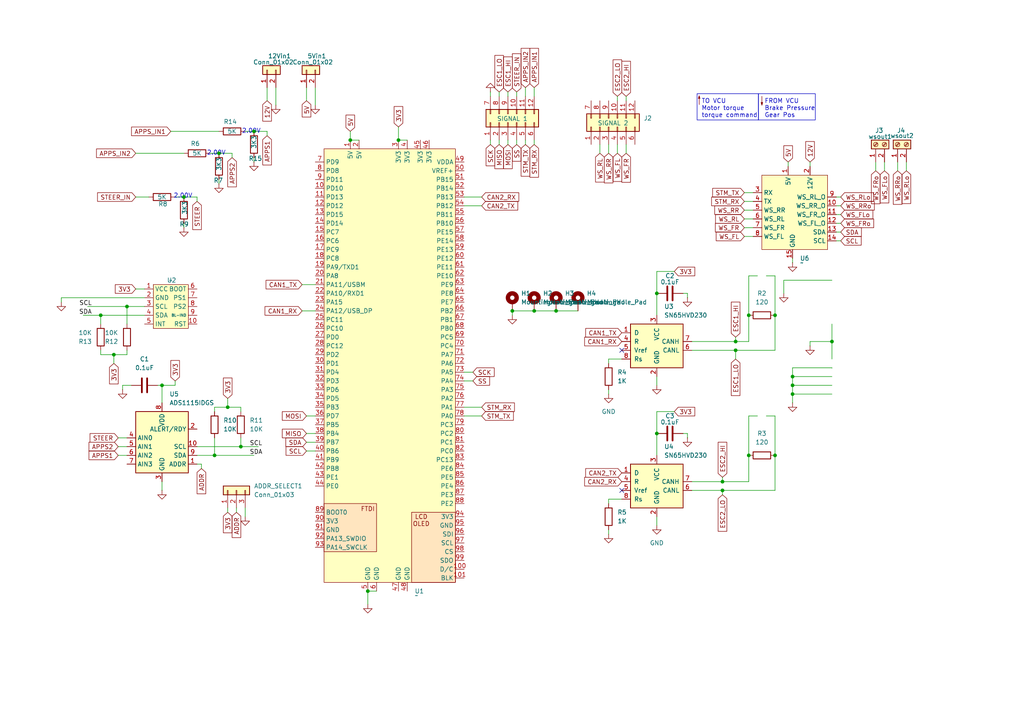
<source format=kicad_sch>
(kicad_sch (version 20250114) (generator "eeschema") (generator_version "9.0")
  (paper "A4")
  (lib_symbols
    (symbol "0_BNO055:bno055"
      (property "Reference" "U" (at 4.064 -1.016 0))
      (symbol "bno055_1_1"
        (pin input line (at -7.62 -5.08 0) (length 2.54) (name "VCC") (number "1"))
        (pin input line (at -7.62 -7.62 0) (length 2.54) (name "GND") (number "2"))
        (pin input line (at -7.62 -10.16 0) (length 2.54) (name "SCL") (number "3"))
        (pin input line (at -7.62 -12.7 0) (length 2.54) (name "SDA") (number "4"))
        (pin input line (at -7.62 -15.24 0) (length 2.54) (name "INT") (number "5"))
        (pin input line (at 7.62 -5.08 180) (length 2.54) (name "BOOT") (number "6"))
        (pin input line (at 7.62 -7.62 180) (length 2.54) (name "PS1") (number "7"))
        (pin input line (at 7.62 -10.16 180) (length 2.54) (name "PS2") (number "8"))
        (pin input line (at 7.62 -12.7 180) (length 2.54) (name "BL-IND") (number "9"))
        (pin input line (at 7.62 -15.24 180) (length 2.54) (name "RST") (number "10"))
      )
    )
    (symbol "0_MCU:DEVEBOX_STM32H7XX"
      (property "Reference" "U" (at -0.254 1.016 0))
      (symbol "DEVEBOX_STM32H7XX_1_1"
        (text "FTDI\n" (at -5.08 -106.934 0) (effects (font (size 1.27 1.27))))
        (text "LCD\nOLED\n" (at 10.414 -110.236 0) (effects (font (size 1.27 1.27))))
        (pin input line (at -20.32 -6.35 0) (length 2.54) (name "PD9") (number "7"))
        (pin input line (at -20.32 -8.89 0) (length 2.54) (name "PD8") (number "8"))
        (pin input line (at -20.32 -11.43 0) (length 2.54) (name "PD11") (number "9"))
        (pin input line (at -20.32 -13.97 0) (length 2.54) (name "PD10") (number "10"))
        (pin input line (at -20.32 -16.51 0) (length 2.54) (name "PD13") (number "11"))
        (pin input line (at -20.32 -19.05 0) (length 2.54) (name "PD12") (number "12"))
        (pin input line (at -20.32 -21.59 0) (length 2.54) (name "PD15") (number "13"))
        (pin input line (at -20.32 -24.13 0) (length 2.54) (name "PD14") (number "14"))
        (pin input line (at -20.32 -26.67 0) (length 2.54) (name "PC7") (number "15"))
        (pin input line (at -20.32 -29.21 0) (length 2.54) (name "PC6") (number "16"))
        (pin input line (at -20.32 -31.75 0) (length 2.54) (name "PC9") (number "17"))
        (pin input line (at -20.32 -34.29 0) (length 2.54) (name "PC8") (number "18"))
        (pin input line (at -20.32 -36.83 0) (length 2.54) (name "PA9/TXD1") (number "19"))
        (pin input line (at -20.32 -39.37 0) (length 2.54) (name "PA8") (number "20"))
        (pin input line (at -20.32 -41.91 0) (length 2.54) (name "PA11/USBM") (number "21"))
        (pin input line (at -20.32 -44.45 0) (length 2.54) (name "PA10/RXD1") (number "22"))
        (pin input line (at -20.32 -46.99 0) (length 2.54) (name "PA15") (number "23"))
        (pin input line (at -20.32 -49.53 0) (length 2.54) (name "PA12/USB_DP") (number "24"))
        (pin input line (at -20.32 -52.07 0) (length 2.54) (name "PC11") (number "25"))
        (pin input line (at -20.32 -54.61 0) (length 2.54) (name "PC10") (number "26"))
        (pin input line (at -20.32 -57.15 0) (length 2.54) (name "PD0") (number "27"))
        (pin input line (at -20.32 -59.69 0) (length 2.54) (name "PC12") (number "28"))
        (pin input line (at -20.32 -62.23 0) (length 2.54) (name "PD2") (number "29"))
        (pin input line (at -20.32 -64.77 0) (length 2.54) (name "PD1") (number "30"))
        (pin input line (at -20.32 -67.31 0) (length 2.54) (name "PD4") (number "31"))
        (pin input line (at -20.32 -69.85 0) (length 2.54) (name "PD3") (number "32"))
        (pin input line (at -20.32 -72.39 0) (length 2.54) (name "PD6") (number "33"))
        (pin input line (at -20.32 -74.93 0) (length 2.54) (name "PD5") (number "34"))
        (pin input line (at -20.32 -77.47 0) (length 2.54) (name "PB3") (number "35"))
        (pin input line (at -20.32 -80.01 0) (length 2.54) (name "PD7") (number "36"))
        (pin input line (at -20.32 -82.55 0) (length 2.54) (name "PB5") (number "37"))
        (pin input line (at -20.32 -85.09 0) (length 2.54) (name "PB4") (number "38"))
        (pin input line (at -20.32 -87.63 0) (length 2.54) (name "PB7") (number "39"))
        (pin input line (at -20.32 -90.17 0) (length 2.54) (name "PB6") (number "40"))
        (pin input line (at -20.32 -92.71 0) (length 2.54) (name "PB9") (number "41"))
        (pin input line (at -20.32 -95.25 0) (length 2.54) (name "PB8") (number "42"))
        (pin input line (at -20.32 -97.79 0) (length 2.54) (name "PE1") (number "43"))
        (pin input line (at -20.32 -100.33 0) (length 2.54) (name "PE0") (number "44"))
        (pin input line (at -20.32 -107.95 0) (length 2.54) (name "BOOT0") (number "89"))
        (pin input line (at -20.32 -110.49 0) (length 2.54) (name "3V3") (number "90"))
        (pin input line (at -20.32 -113.03 0) (length 2.54) (name "GND") (number "91"))
        (pin input line (at -20.32 -115.57 0) (length 2.54) (name "PA13_SWDIO") (number "92"))
        (pin input line (at -20.32 -118.11 0) (length 2.54) (name "PA14_SWCLK") (number "93"))
        (pin power_in line (at -10.16 0 270) (length 2.54) (name "5V") (number "1"))
        (pin power_in line (at -7.62 0 270) (length 2.54) (name "5V") (number "2"))
        (pin power_in line (at -5.08 -130.81 90) (length 2.54) (name "GND") (number "5"))
        (pin power_in line (at -2.54 -130.81 90) (length 2.54) (name "GND") (number "6"))
        (pin power_in line (at 3.81 0 270) (length 2.54) (name "3V3") (number "3"))
        (pin input line (at 3.81 -130.81 90) (length 2.54) (name "GND") (number "47"))
        (pin power_in line (at 6.35 0 270) (length 2.54) (name "3V3") (number "4"))
        (pin input line (at 6.35 -130.81 90) (length 2.54) (name "GND") (number "48"))
        (pin input line (at 10.16 0 270) (length 2.54) (name "3V3") (number "45"))
        (pin input line (at 12.7 0 270) (length 2.54) (name "3V3") (number "46"))
        (pin input line (at 22.86 -6.35 180) (length 2.54) (name "VDDA") (number "49"))
        (pin input line (at 22.86 -8.89 180) (length 2.54) (name "VREF+") (number "50"))
        (pin input line (at 22.86 -11.43 180) (length 2.54) (name "PB15") (number "51"))
        (pin input line (at 22.86 -13.97 180) (length 2.54) (name "PB14") (number "52"))
        (pin input line (at 22.86 -16.51 180) (length 2.54) (name "PB13") (number "53"))
        (pin input line (at 22.86 -19.05 180) (length 2.54) (name "PB12") (number "54"))
        (pin input line (at 22.86 -21.59 180) (length 2.54) (name "PB11") (number "55"))
        (pin input line (at 22.86 -24.13 180) (length 2.54) (name "PB10") (number "56"))
        (pin input line (at 22.86 -26.67 180) (length 2.54) (name "PE15") (number "57"))
        (pin input line (at 22.86 -29.21 180) (length 2.54) (name "PE14") (number "58"))
        (pin input line (at 22.86 -31.75 180) (length 2.54) (name "PE13") (number "59"))
        (pin input line (at 22.86 -34.29 180) (length 2.54) (name "PE12") (number "60"))
        (pin input line (at 22.86 -36.83 180) (length 2.54) (name "PE11") (number "61"))
        (pin input line (at 22.86 -39.37 180) (length 2.54) (name "PE10") (number "62"))
        (pin input line (at 22.86 -41.91 180) (length 2.54) (name "PE9") (number "63"))
        (pin input line (at 22.86 -44.45 180) (length 2.54) (name "PE8") (number "64"))
        (pin input line (at 22.86 -46.99 180) (length 2.54) (name "PE7") (number "65"))
        (pin input line (at 22.86 -49.53 180) (length 2.54) (name "PB2") (number "66"))
        (pin input line (at 22.86 -52.07 180) (length 2.54) (name "PB1") (number "67"))
        (pin input line (at 22.86 -54.61 180) (length 2.54) (name "PB0") (number "68"))
        (pin input line (at 22.86 -57.15 180) (length 2.54) (name "PC5") (number "69"))
        (pin input line (at 22.86 -59.69 180) (length 2.54) (name "PC4") (number "70"))
        (pin input line (at 22.86 -62.23 180) (length 2.54) (name "PA7") (number "71"))
        (pin input line (at 22.86 -64.77 180) (length 2.54) (name "PA6") (number "72"))
        (pin input line (at 22.86 -67.31 180) (length 2.54) (name "PA5") (number "73"))
        (pin input line (at 22.86 -69.85 180) (length 2.54) (name "PA4") (number "74"))
        (pin input line (at 22.86 -72.39 180) (length 2.54) (name "PA3") (number "75"))
        (pin input line (at 22.86 -74.93 180) (length 2.54) (name "PA2") (number "76"))
        (pin input line (at 22.86 -77.47 180) (length 2.54) (name "PA1") (number "77"))
        (pin input line (at 22.86 -80.01 180) (length 2.54) (name "PA0") (number "78"))
        (pin input line (at 22.86 -82.55 180) (length 2.54) (name "PC3") (number "79"))
        (pin input line (at 22.86 -85.09 180) (length 2.54) (name "PC2") (number "80"))
        (pin input line (at 22.86 -87.63 180) (length 2.54) (name "PC1") (number "81"))
        (pin input line (at 22.86 -90.17 180) (length 2.54) (name "PC0") (number "82"))
        (pin input line (at 22.86 -92.71 180) (length 2.54) (name "PC13") (number "83"))
        (pin input line (at 22.86 -95.25 180) (length 2.54) (name "PE6") (number "84"))
        (pin input line (at 22.86 -97.79 180) (length 2.54) (name "PE5") (number "85"))
        (pin input line (at 22.86 -100.33 180) (length 2.54) (name "PE4") (number "86"))
        (pin input line (at 22.86 -102.87 180) (length 2.54) (name "PE3") (number "87"))
        (pin input line (at 22.86 -105.41 180) (length 2.54) (name "PE2") (number "88"))
        (pin input line (at 22.86 -109.22 180) (length 2.54) (name "3V3") (number "94"))
        (pin input line (at 22.86 -111.76 180) (length 2.54) (name "GND") (number "95"))
        (pin input line (at 22.86 -114.3 180) (length 2.54) (name "SDI") (number "96"))
        (pin input line (at 22.86 -116.84 180) (length 2.54) (name "SCL") (number "97"))
        (pin input line (at 22.86 -119.38 180) (length 2.54) (name "CS") (number "98"))
        (pin input line (at 22.86 -121.92 180) (length 2.54) (name "SDO") (number "99"))
        (pin input line (at 22.86 -124.46 180) (length 2.54) (name "D/C") (number "100"))
        (pin input line (at 22.86 -127 180) (length 2.54) (name "BLK") (number "101"))
      )
    )
    (symbol "0_wheelspeed:wheelspeed"
      (property "Reference" "U" (at 0 0 0))
      (symbol "wheelspeed_1_1"
        (pin input line (at -7.62 -6.35 0) (length 2.54) (name "RX") (number "3"))
        (pin input line (at -7.62 -8.89 0) (length 2.54) (name "TX") (number "4"))
        (pin input line (at -7.62 -11.43 0) (length 2.54) (name "WS_RR") (number "5"))
        (pin input line (at -7.62 -13.97 0) (length 2.54) (name "WS_RL") (number "6"))
        (pin input line (at -7.62 -16.51 0) (length 2.54) (name "WS_FR") (number "7"))
        (pin input line (at -7.62 -19.05 0) (length 2.54) (name "WS_FL") (number "8"))
        (pin input line (at 2.54 1.27 270) (length 2.54) (name "5V") (number "1"))
        (pin input line (at 3.81 -25.4 90) (length 2.54) (name "GND") (number "15"))
        (pin input line (at 8.89 1.27 270) (length 2.54) (name "12V") (number "2"))
        (pin input line (at 16.51 -7.62 180) (length 2.54) (name "WS_RL_O") (number "9"))
        (pin input line (at 16.51 -10.16 180) (length 2.54) (name "WS_RR_O") (number "10"))
        (pin input line (at 16.51 -12.7 180) (length 2.54) (name "WS_FR_O") (number "11"))
        (pin input line (at 16.51 -15.24 180) (length 2.54) (name "WS_FL_O") (number "12"))
        (pin input line (at 16.51 -17.78 180) (length 2.54) (name "SDA") (number "13"))
        (pin input line (at 16.51 -20.32 180) (length 2.54) (name "SCL") (number "14"))
      )
    )
    (symbol "Analog_ADC:ADS1115IDGS"
      (property "Reference" "U" (at 2.54 13.97 0))
      (property "Value" "ADS1115IDGS" (at 7.62 11.43 0))
      (symbol "ADS1115IDGS_1_1"
        (pin input line (at -10.16 2.54 0) (length 2.54) (name "AIN0") (number "4"))
        (pin input line (at -10.16 0 0) (length 2.54) (name "AIN1") (number "5"))
        (pin input line (at -10.16 -2.54 0) (length 2.54) (name "AIN2") (number "6"))
        (pin input line (at -10.16 -5.08 0) (length 2.54) (name "AIN3") (number "7"))
        (pin power_in line (at 0 12.7 270) (length 2.54) (name "VDD") (number "8"))
        (pin power_in line (at 0 -10.16 90) (length 2.54) (name "GND") (number "3"))
        (pin output line (at 10.16 5.08 180) (length 2.54) (name "ALERT/RDY") (number "2"))
        (pin input line (at 10.16 0 180) (length 2.54) (name "SCL") (number "10"))
        (pin bidirectional line (at 10.16 -2.54 180) (length 2.54) (name "SDA") (number "9"))
        (pin input line (at 10.16 -5.08 180) (length 2.54) (name "ADDR") (number "1"))
      )
    )
    (symbol "Connector:Screw_Terminal_01x02" (pin_names (offset 1.016) (hide yes))
      (property "Reference" "J" (at 0 2.54 0))
      (property "Value" "Screw_Terminal_01x02" (at 0 -5.08 0))
      (symbol "Screw_Terminal_01x02_1_1"
        (pin passive line (at -5.08 0 0) (length 3.81) (name "Pin_1") (number "1"))
        (pin passive line (at -5.08 -2.54 0) (length 3.81) (name "Pin_2") (number "2"))
      )
    )
    (symbol "Connector_Generic:Conn_01x02" (pin_names (offset 1.016) (hide yes))
      (property "Reference" "J" (at 0 2.54 0))
      (property "Value" "Conn_01x02" (at 0 -5.08 0))
      (symbol "Conn_01x02_1_1"
        (pin passive line (at -5.08 0 0) (length 3.81) (name "Pin_1") (number "1"))
        (pin passive line (at -5.08 -2.54 0) (length 3.81) (name "Pin_2") (number "2"))
      )
    )
    (symbol "Connector_Generic:Conn_01x03" (pin_names (offset 1.016) (hide yes))
      (property "Reference" "J" (at 0 5.08 0))
      (property "Value" "Conn_01x03" (at 0 -5.08 0))
      (symbol "Conn_01x03_1_1"
        (pin passive line (at -5.08 2.54 0) (length 3.81) (name "Pin_1") (number "1"))
        (pin passive line (at -5.08 0 0) (length 3.81) (name "Pin_2") (number "2"))
        (pin passive line (at -5.08 -2.54 0) (length 3.81) (name "Pin_3") (number "3"))
      )
    )
    (symbol "Connector_Generic:Conn_02x06_Top_Bottom" (pin_names (offset 1.016) (hide yes))
      (property "Reference" "J" (at 1.27 7.62 0))
      (property "Value" "Conn_02x06_Top_Bottom" (at 1.27 -10.16 0))
      (symbol "Conn_02x06_Top_Bottom_1_1"
        (pin passive line (at -5.08 5.08 0) (length 3.81) (name "Pin_1") (number "1"))
        (pin passive line (at -5.08 2.54 0) (length 3.81) (name "Pin_2") (number "2"))
        (pin passive line (at -5.08 0 0) (length 3.81) (name "Pin_3") (number "3"))
        (pin passive line (at -5.08 -2.54 0) (length 3.81) (name "Pin_4") (number "4"))
        (pin passive line (at -5.08 -5.08 0) (length 3.81) (name "Pin_5") (number "5"))
        (pin passive line (at -5.08 -7.62 0) (length 3.81) (name "Pin_6") (number "6"))
        (pin passive line (at 7.62 5.08 180) (length 3.81) (name "Pin_7") (number "7"))
        (pin passive line (at 7.62 2.54 180) (length 3.81) (name "Pin_8") (number "8"))
        (pin passive line (at 7.62 0 180) (length 3.81) (name "Pin_9") (number "9"))
        (pin passive line (at 7.62 -2.54 180) (length 3.81) (name "Pin_10") (number "10"))
        (pin passive line (at 7.62 -5.08 180) (length 3.81) (name "Pin_11") (number "11"))
        (pin passive line (at 7.62 -7.62 180) (length 3.81) (name "Pin_12") (number "12"))
      )
    )
    (symbol "Device:C" (pin_numbers (hide yes)) (pin_names (offset 0.254))
      (property "Reference" "C" (at 0.635 2.54 0))
      (property "Value" "C" (at 0.635 -2.54 0))
      (symbol "C_1_1"
        (pin passive line (at 0 3.81 270) (length 2.794) (name "~") (number "1"))
        (pin passive line (at 0 -3.81 90) (length 2.794) (name "~") (number "2"))
      )
    )
    (symbol "Device:R" (pin_numbers (hide yes)) (pin_names (offset 0))
      (property "Reference" "R" (at 2.032 0 90))
      (property "Value" "R" (at 0 0 90))
      (symbol "R_1_1"
        (pin passive line (at 0 3.81 270) (length 1.27) (name "~") (number "1"))
        (pin passive line (at 0 -3.81 90) (length 1.27) (name "~") (number "2"))
      )
    )
    (symbol "Graphic:SYM_Arrow_Tiny" (in_bom no) (on_board no))
    (symbol "Interface_CAN_LIN:SN65HVD230" (pin_names (offset 1.016))
      (property "Reference" "U" (at -2.54 10.16 0))
      (property "Value" "SN65HVD230" (at -2.54 7.62 0))
      (symbol "SN65HVD230_1_1"
        (pin input line (at -10.16 2.54 0) (length 2.54) (name "D") (number "1"))
        (pin output line (at -10.16 0 0) (length 2.54) (name "R") (number "4"))
        (pin output line (at -10.16 -2.54 0) (length 2.54) (name "Vref") (number "5"))
        (pin input line (at -10.16 -5.08 0) (length 2.54) (name "Rs") (number "8"))
        (pin power_in line (at 0 7.62 270) (length 2.54) (name "VCC") (number "3"))
        (pin power_in line (at 0 -10.16 90) (length 2.54) (name "GND") (number "2"))
        (pin bidirectional line (at 10.16 0 180) (length 2.54) (name "CANH") (number "7"))
        (pin bidirectional line (at 10.16 -2.54 180) (length 2.54) (name "CANL") (number "6"))
      )
    )
    (symbol "Mechanical:MountingHole_Pad" (pin_numbers (hide yes)) (pin_names (offset 1.016) (hide yes)) (in_bom no)
      (property "Reference" "H" (at 0 6.35 0))
      (property "Value" "MountingHole_Pad" (at 0 4.445 0))
      (symbol "MountingHole_Pad_1_1"
        (pin input line (at 0 -2.54 90) (length 2.54) (name "1") (number "1"))
      )
    )
    (symbol "power:GND" (power) (pin_numbers (hide yes)) (pin_names (offset 0) (hide yes))
      (property "Value" "GND" (at 0 -3.81 0))
      (symbol "GND_1_1"
        (pin power_in line (at 0 0 270) (length 0) (name "~") (number "1"))
      )
    )
  )
  (rectangle (start 202.184 27.178) (end 219.964 34.798))
  (rectangle (start 219.964 27.178) (end 236.474 34.798))
  (text "FROM VCU\nBrake Pressure\nGear Pos\n" (at 221.742 31.496 0) (effects (font (size 1.27 1.27)) (justify left)))
  (text "2.00V\n" (at 62.738 44.45 0) (effects (font (size 1.27 1.27))))
  (text "2.00V\n" (at 53.086 56.896 0) (effects (font (size 1.27 1.27))))
  (text "TO VCU\nMotor torque\ntorque command\n" (at 203.454 31.496 0) (effects (font (size 1.27 1.27)) (justify left)))
  (text "2.00V\n" (at 72.898 38.1 0) (effects (font (size 1.27 1.27))))
  (junction (at 154.94 90.17))
  (junction (at 53.34 57.15))
  (junction (at 63.5 44.45))
  (junction (at 224.79 91.44))
  (junction (at 69.85 129.54))
  (junction (at 36.83 88.9))
  (junction (at 241.3 99.06))
  (junction (at 213.36 99.06))
  (junction (at 33.02 102.87))
  (junction (at 101.6 40.64))
  (junction (at 217.17 91.44))
  (junction (at 66.04 118.11))
  (junction (at 217.17 132.08))
  (junction (at 229.87 109.22))
  (junction (at 229.87 114.3))
  (junction (at 229.87 111.76))
  (junction (at 209.55 139.7))
  (junction (at 190.5 85.09))
  (junction (at 148.59 90.17))
  (junction (at 161.29 90.17))
  (junction (at 209.55 142.24))
  (junction (at 115.57 40.64))
  (junction (at 190.5 125.73))
  (junction (at 46.99 111.76))
  (junction (at 224.79 132.08))
  (junction (at 73.66 38.1))
  (junction (at 62.23 132.08))
  (junction (at 29.21 91.44))
  (junction (at 213.36 101.6))
  (junction (at 106.68 171.45))
  (no_connect (at 180.34 142.24))
  (no_connect (at 180.34 101.6))
  (wire (pts (xy 62.23 127) (xy 62.23 132.08)))
  (wire (pts (xy 181.61 41.91) (xy 181.61 44.45)))
  (wire (pts (xy 181.61 27.94) (xy 181.61 29.21)))
  (wire (pts (xy 33.02 105.41) (xy 33.02 102.87)))
  (wire (pts (xy 217.17 80.01) (xy 219.71 80.01)))
  (wire (pts (xy 215.9 66.04) (xy 218.44 66.04)))
  (wire (pts (xy 88.9 130.81) (xy 91.44 130.81)))
  (wire (pts (xy 134.62 107.95) (xy 137.16 107.95)))
  (wire (pts (xy 71.12 147.32) (xy 71.12 149.86)))
  (wire (pts (xy 190.5 85.09) (xy 190.5 91.44)))
  (wire (pts (xy 161.29 90.17) (xy 167.64 90.17)))
  (wire (pts (xy 66.04 148.59) (xy 66.04 147.32)))
  (wire (pts (xy 88.9 120.65) (xy 91.44 120.65)))
  (wire (pts (xy 179.07 27.94) (xy 179.07 29.21)))
  (wire (pts (xy 222.25 120.65) (xy 224.79 120.65)))
  (wire (pts (xy 256.54 46.99) (xy 256.54 49.53)))
  (wire (pts (xy 209.55 139.7) (xy 217.17 139.7)))
  (wire (pts (xy 106.68 171.45) (xy 109.22 171.45)))
  (wire (pts (xy 134.62 110.49) (xy 137.16 110.49)))
  (wire (pts (xy 262.89 46.99) (xy 262.89 49.53)))
  (wire (pts (xy 229.87 111.76) (xy 229.87 114.3)))
  (wire (pts (xy 209.55 142.24) (xy 224.79 142.24)))
  (wire (pts (xy 50.8 111.76) (xy 50.8 110.49)))
  (wire (pts (xy 36.83 102.87) (xy 36.83 101.6)))
  (wire (pts (xy 254 46.99) (xy 254 49.53)))
  (wire (pts (xy 199.39 125.73) (xy 199.39 127)))
  (wire (pts (xy 241.3 99.06) (xy 241.3 104.14)))
  (wire (pts (xy 41.91 86.36) (xy 17.78 86.36)))
  (wire (pts (xy 215.9 63.5) (xy 218.44 63.5)))
  (wire (pts (xy 229.87 111.76) (xy 241.3 111.76)))
  (wire (pts (xy 215.9 60.96) (xy 218.44 60.96)))
  (wire (pts (xy 134.62 118.11) (xy 139.7 118.11)))
  (wire (pts (xy 242.57 69.85) (xy 243.84 69.85)))
  (wire (pts (xy 229.87 74.93) (xy 229.87 76.2)))
  (wire (pts (xy 229.87 109.22) (xy 229.87 111.76)))
  (wire (pts (xy 213.36 101.6) (xy 213.36 104.14)))
  (wire (pts (xy 62.23 118.11) (xy 62.23 119.38)))
  (wire (pts (xy 229.87 109.22) (xy 241.3 109.22)))
  (wire (pts (xy 242.57 64.77) (xy 243.84 64.77)))
  (wire (pts (xy 134.62 120.65) (xy 139.7 120.65)))
  (wire (pts (xy 190.5 78.74) (xy 190.5 85.09)))
  (wire (pts (xy 39.37 44.45) (xy 53.34 44.45)))
  (wire (pts (xy 142.24 26.67) (xy 142.24 27.94)))
  (wire (pts (xy 35.56 111.76) (xy 35.56 113.03)))
  (wire (pts (xy 200.66 142.24) (xy 209.55 142.24)))
  (wire (pts (xy 87.63 82.55) (xy 91.44 82.55)))
  (wire (pts (xy 224.79 120.65) (xy 224.79 132.08)))
  (wire (pts (xy 229.87 114.3) (xy 229.87 116.84)))
  (wire (pts (xy 67.31 44.45) (xy 63.5 44.45)))
  (wire (pts (xy 149.86 26.67) (xy 149.86 27.94)))
  (wire (pts (xy 217.17 99.06) (xy 217.17 91.44)))
  (wire (pts (xy 190.5 125.73) (xy 190.5 132.08)))
  (wire (pts (xy 198.12 85.09) (xy 199.39 85.09)))
  (wire (pts (xy 260.35 46.99) (xy 260.35 49.53)))
  (wire (pts (xy 176.53 144.78) (xy 176.53 146.05)))
  (wire (pts (xy 36.83 93.98) (xy 36.83 88.9)))
  (wire (pts (xy 200.66 101.6) (xy 213.36 101.6)))
  (wire (pts (xy 144.78 26.67) (xy 144.78 27.94)))
  (wire (pts (xy 41.91 88.9) (xy 36.83 88.9)))
  (wire (pts (xy 69.85 127) (xy 69.85 129.54)))
  (wire (pts (xy 38.1 111.76) (xy 35.56 111.76)))
  (wire (pts (xy 234.95 99.06) (xy 234.95 100.33)))
  (wire (pts (xy 60.96 44.45) (xy 63.5 44.45)))
  (wire (pts (xy 176.53 114.3) (xy 176.53 113.03)))
  (wire (pts (xy 144.78 40.64) (xy 144.78 41.91)))
  (wire (pts (xy 106.68 171.45) (xy 106.68 175.26)))
  (wire (pts (xy 71.12 38.1) (xy 73.66 38.1)))
  (wire (pts (xy 234.95 46.99) (xy 234.95 48.26)))
  (wire (pts (xy 215.9 58.42) (xy 218.44 58.42)))
  (wire (pts (xy 58.42 134.62) (xy 58.42 135.89)))
  (wire (pts (xy 77.47 25.4) (xy 77.47 29.21)))
  (wire (pts (xy 34.29 127) (xy 36.83 127)))
  (wire (pts (xy 88.9 25.4) (xy 88.9 29.21)))
  (wire (pts (xy 229.87 106.68) (xy 229.87 109.22)))
  (wire (pts (xy 36.83 88.9) (xy 25.4 88.9)))
  (wire (pts (xy 53.34 66.04) (xy 53.34 64.77)))
  (wire (pts (xy 176.53 154.94) (xy 176.53 153.67)))
  (wire (pts (xy 101.6 38.1) (xy 101.6 40.64)))
  (wire (pts (xy 195.58 119.38) (xy 190.5 119.38)))
  (wire (pts (xy 36.83 102.87) (xy 33.02 102.87)))
  (wire (pts (xy 69.85 129.54) (xy 74.93 129.54)))
  (wire (pts (xy 57.15 134.62) (xy 58.42 134.62)))
  (wire (pts (xy 217.17 139.7) (xy 217.17 132.08)))
  (wire (pts (xy 50.8 57.15) (xy 53.34 57.15)))
  (wire (pts (xy 68.58 147.32) (xy 68.58 148.59)))
  (wire (pts (xy 180.34 144.78) (xy 176.53 144.78)))
  (wire (pts (xy 34.29 129.54) (xy 36.83 129.54)))
  (wire (pts (xy 63.5 52.07) (xy 63.5 53.34)))
  (wire (pts (xy 154.94 25.4) (xy 154.94 27.94)))
  (wire (pts (xy 49.53 38.1) (xy 63.5 38.1)))
  (wire (pts (xy 67.31 45.72) (xy 67.31 44.45)))
  (wire (pts (xy 229.87 106.68) (xy 241.3 106.68)))
  (wire (pts (xy 39.37 57.15) (xy 43.18 57.15)))
  (wire (pts (xy 213.36 97.79) (xy 213.36 99.06)))
  (wire (pts (xy 152.4 25.4) (xy 152.4 27.94)))
  (wire (pts (xy 57.15 57.15) (xy 53.34 57.15)))
  (wire (pts (xy 88.9 128.27) (xy 91.44 128.27)))
  (wire (pts (xy 147.32 40.64) (xy 147.32 41.91)))
  (wire (pts (xy 213.36 101.6) (xy 224.79 101.6)))
  (wire (pts (xy 173.99 41.91) (xy 173.99 44.45)))
  (wire (pts (xy 241.3 106.68) (xy 241.3 106.7632)))
  (wire (pts (xy 179.07 41.91) (xy 179.07 44.45)))
  (wire (pts (xy 88.9 125.73) (xy 91.44 125.73)))
  (wire (pts (xy 209.55 138.43) (xy 209.55 139.7)))
  (wire (pts (xy 73.66 45.72) (xy 73.66 46.99)))
  (wire (pts (xy 209.55 142.24) (xy 209.55 143.51)))
  (wire (pts (xy 241.3 81.28) (xy 227.33 81.28)))
  (wire (pts (xy 69.85 118.11) (xy 69.85 119.38)))
  (wire (pts (xy 142.24 40.64) (xy 142.24 41.91)))
  (wire (pts (xy 91.44 25.4) (xy 91.44 30.48)))
  (wire (pts (xy 217.17 91.44) (xy 217.17 80.01)))
  (wire (pts (xy 87.63 90.17) (xy 91.44 90.17)))
  (wire (pts (xy 215.9 55.88) (xy 218.44 55.88)))
  (wire (pts (xy 149.86 40.64) (xy 149.86 41.91)))
  (wire (pts (xy 224.79 142.24) (xy 224.79 132.08)))
  (wire (pts (xy 227.33 81.28) (xy 227.33 85.09)))
  (wire (pts (xy 200.66 139.7) (xy 209.55 139.7)))
  (wire (pts (xy 224.79 80.01) (xy 224.79 91.44)))
  (wire (pts (xy 134.62 57.15) (xy 139.7 57.15)))
  (wire (pts (xy 62.23 118.11) (xy 66.04 118.11)))
  (wire (pts (xy 190.5 119.38) (xy 190.5 125.73)))
  (wire (pts (xy 241.3 99.06) (xy 234.95 99.06)))
  (wire (pts (xy 200.66 99.06) (xy 213.36 99.06)))
  (wire (pts (xy 29.21 102.87) (xy 29.21 101.6)))
  (wire (pts (xy 57.15 129.54) (xy 69.85 129.54)))
  (wire (pts (xy 217.17 120.65) (xy 219.71 120.65)))
  (wire (pts (xy 45.72 111.76) (xy 46.99 111.76)))
  (wire (pts (xy 39.37 83.82) (xy 41.91 83.82)))
  (wire (pts (xy 77.47 39.37) (xy 77.47 38.1)))
  (wire (pts (xy 147.32 26.67) (xy 147.32 27.94)))
  (wire (pts (xy 148.59 90.17) (xy 148.59 91.44)))
  (wire (pts (xy 228.6 46.99) (xy 228.6 48.26)))
  (wire (pts (xy 50.8 111.76) (xy 46.99 111.76)))
  (wire (pts (xy 224.79 101.6) (xy 224.79 91.44)))
  (wire (pts (xy 241.3 93.98) (xy 241.3 99.06)))
  (wire (pts (xy 176.53 41.91) (xy 176.53 44.45)))
  (wire (pts (xy 62.23 132.08) (xy 73.66 132.08)))
  (wire (pts (xy 101.6 40.64) (xy 104.14 40.64)))
  (wire (pts (xy 195.58 78.74) (xy 190.5 78.74)))
  (wire (pts (xy 115.57 40.64) (xy 118.11 40.64)))
  (wire (pts (xy 217.17 132.08) (xy 217.17 120.65)))
  (wire (pts (xy 29.21 91.44) (xy 24.13 91.44)))
  (wire (pts (xy 134.62 59.69) (xy 139.7 59.69)))
  (wire (pts (xy 213.36 99.06) (xy 217.17 99.06)))
  (wire (pts (xy 190.5 149.86) (xy 190.5 152.4)))
  (wire (pts (xy 69.85 118.11) (xy 66.04 118.11)))
  (wire (pts (xy 46.99 111.76) (xy 46.99 116.84)))
  (wire (pts (xy 242.57 57.15) (xy 243.84 57.15)))
  (wire (pts (xy 41.91 91.44) (xy 29.21 91.44)))
  (wire (pts (xy 154.94 90.17) (xy 161.29 90.17)))
  (wire (pts (xy 215.9 68.58) (xy 218.44 68.58)))
  (wire (pts (xy 222.25 80.01) (xy 224.79 80.01)))
  (wire (pts (xy 199.39 85.09) (xy 199.39 86.36)))
  (wire (pts (xy 148.59 90.17) (xy 154.94 90.17)))
  (wire (pts (xy 115.57 36.83) (xy 115.57 40.64)))
  (wire (pts (xy 242.57 62.23) (xy 243.84 62.23)))
  (wire (pts (xy 46.99 139.7) (xy 46.99 142.24)))
  (wire (pts (xy 29.21 102.87) (xy 33.02 102.87)))
  (wire (pts (xy 17.78 86.36) (xy 17.78 87.63)))
  (wire (pts (xy 190.5 109.22) (xy 190.5 111.76)))
  (wire (pts (xy 34.29 132.08) (xy 36.83 132.08)))
  (wire (pts (xy 154.94 40.64) (xy 154.94 41.91)))
  (wire (pts (xy 80.01 25.4) (xy 80.01 30.48)))
  (wire (pts (xy 29.21 93.98) (xy 29.21 91.44)))
  (wire (pts (xy 242.57 59.69) (xy 243.84 59.69)))
  (wire (pts (xy 180.34 104.14) (xy 176.53 104.14)))
  (wire (pts (xy 242.57 67.31) (xy 243.84 67.31)))
  (wire (pts (xy 57.15 58.42) (xy 57.15 57.15)))
  (wire (pts (xy 77.47 38.1) (xy 73.66 38.1)))
  (wire (pts (xy 66.04 115.57) (xy 66.04 118.11)))
  (wire (pts (xy 198.12 125.73) (xy 199.39 125.73)))
  (wire (pts (xy 176.53 104.14) (xy 176.53 105.41)))
  (wire (pts (xy 229.87 114.3) (xy 241.3 114.3)))
  (wire (pts (xy 152.4 40.64) (xy 152.4 41.91)))
  (wire (pts (xy 57.15 132.08) (xy 62.23 132.08)))
  (label "SDA" (at 26.67 91.44 180))
  (label "SCL" (at 26.67 88.9 180))
  (label "SCL" (at 72.39 129.54 0))
  (label "SDA" (at 72.39 132.08 0))
  (global_label "APPS1" (shape input) (at 77.47 39.37 270) (property "Intersheetrefs" "${INTERSHEET_REFS}" (effects (hide yes))))
  (global_label "ESC2_HI" (shape input) (at 181.61 27.94 90) (property "Intersheetrefs" "${INTERSHEET_REFS}" (effects (hide yes))))
  (global_label "3V3" (shape input) (at 39.37 83.82 180) (property "Intersheetrefs" "${INTERSHEET_REFS}" (effects (hide yes))))
  (global_label "ADDR" (shape input) (at 68.58 148.59 270) (property "Intersheetrefs" "${INTERSHEET_REFS}" (effects (hide yes))))
  (global_label "STM_TX" (shape input) (at 152.4 41.91 270) (property "Intersheetrefs" "${INTERSHEET_REFS}" (effects (hide yes))))
  (global_label "3V3" (shape input) (at 33.02 105.41 270) (property "Intersheetrefs" "${INTERSHEET_REFS}" (effects (hide yes))))
  (global_label "WS_FL" (shape input) (at 179.07 44.45 270) (property "Intersheetrefs" "${INTERSHEET_REFS}" (effects (hide yes))))
  (global_label "3V3" (shape input) (at 66.04 115.57 90) (property "Intersheetrefs" "${INTERSHEET_REFS}" (effects (hide yes))))
  (global_label "CAN2_RX" (shape input) (at 139.7 57.15 0) (property "Intersheetrefs" "${INTERSHEET_REFS}" (effects (hide yes))))
  (global_label "ESC1_HI" (shape input) (at 213.36 97.79 90) (property "Intersheetrefs" "${INTERSHEET_REFS}" (effects (hide yes))))
  (global_label "WS_RR" (shape input) (at 176.53 44.45 270) (property "Intersheetrefs" "${INTERSHEET_REFS}" (effects (hide yes))))
  (global_label "STM_TX" (shape input) (at 215.9 55.88 180) (property "Intersheetrefs" "${INTERSHEET_REFS}" (effects (hide yes))))
  (global_label "ESC2_LO" (shape input) (at 209.55 143.51 270) (property "Intersheetrefs" "${INTERSHEET_REFS}" (effects (hide yes))))
  (global_label "APPS_IN1" (shape input) (at 154.94 25.4 90) (property "Intersheetrefs" "${INTERSHEET_REFS}" (effects (hide yes))))
  (global_label "ESC1_HI" (shape input) (at 147.32 26.67 90) (property "Intersheetrefs" "${INTERSHEET_REFS}" (effects (hide yes))))
  (global_label "MOSI" (shape input) (at 88.9 120.65 180) (property "Intersheetrefs" "${INTERSHEET_REFS}" (effects (hide yes))))
  (global_label "5V" (shape input) (at 101.6 38.1 90) (property "Intersheetrefs" "${INTERSHEET_REFS}" (effects (hide yes))))
  (global_label "WS_FRo" (shape input) (at 254 49.53 270) (property "Intersheetrefs" "${INTERSHEET_REFS}" (effects (hide yes))))
  (global_label "CAN2_TX" (shape input) (at 139.7 59.69 0) (property "Intersheetrefs" "${INTERSHEET_REFS}" (effects (hide yes))))
  (global_label "WS_FL" (shape input) (at 215.9 68.58 180) (property "Intersheetrefs" "${INTERSHEET_REFS}" (effects (hide yes))))
  (global_label "ADDR" (shape input) (at 58.42 135.89 270) (property "Intersheetrefs" "${INTERSHEET_REFS}" (effects (hide yes))))
  (global_label "WS_RLo" (shape input) (at 262.89 49.53 270) (property "Intersheetrefs" "${INTERSHEET_REFS}" (effects (hide yes))))
  (global_label "ESC2_LO" (shape input) (at 179.07 27.94 90) (property "Intersheetrefs" "${INTERSHEET_REFS}" (effects (hide yes))))
  (global_label "SCL" (shape input) (at 243.84 69.85 0) (property "Intersheetrefs" "${INTERSHEET_REFS}" (effects (hide yes))))
  (global_label "STEER_IN" (shape input) (at 149.86 26.67 90) (property "Intersheetrefs" "${INTERSHEET_REFS}" (effects (hide yes))))
  (global_label "3V3" (shape input) (at 66.04 148.59 270) (property "Intersheetrefs" "${INTERSHEET_REFS}" (effects (hide yes))))
  (global_label "MISO" (shape input) (at 88.9 125.73 180) (property "Intersheetrefs" "${INTERSHEET_REFS}" (effects (hide yes))))
  (global_label "STEER_IN" (shape input) (at 39.37 57.15 180) (property "Intersheetrefs" "${INTERSHEET_REFS}" (effects (hide yes))))
  (global_label "WS_RL" (shape input) (at 173.99 44.45 270) (property "Intersheetrefs" "${INTERSHEET_REFS}" (effects (hide yes))))
  (global_label "3V3" (shape input) (at 195.58 119.38 0) (property "Intersheetrefs" "${INTERSHEET_REFS}" (effects (hide yes))))
  (global_label "5V" (shape input) (at 88.9 29.21 270) (property "Intersheetrefs" "${INTERSHEET_REFS}" (effects (hide yes))))
  (global_label "WS_RLo" (shape input) (at 243.84 57.15 0) (property "Intersheetrefs" "${INTERSHEET_REFS}" (effects (hide yes))))
  (global_label "ESC2_HI" (shape input) (at 209.55 138.43 90) (property "Intersheetrefs" "${INTERSHEET_REFS}" (effects (hide yes))))
  (global_label "3V3" (shape input) (at 195.58 78.74 0) (property "Intersheetrefs" "${INTERSHEET_REFS}" (effects (hide yes))))
  (global_label "SDA" (shape input) (at 243.84 67.31 0) (property "Intersheetrefs" "${INTERSHEET_REFS}" (effects (hide yes))))
  (global_label "STM_TX" (shape input) (at 139.7 120.65 0) (property "Intersheetrefs" "${INTERSHEET_REFS}" (effects (hide yes))))
  (global_label "CAN2_TX" (shape input) (at 180.34 137.16 180) (property "Intersheetrefs" "${INTERSHEET_REFS}" (effects (hide yes))))
  (global_label "WS_RRo" (shape input) (at 243.84 59.69 0) (property "Intersheetrefs" "${INTERSHEET_REFS}" (effects (hide yes))))
  (global_label "APPS1" (shape input) (at 34.29 132.08 180) (property "Intersheetrefs" "${INTERSHEET_REFS}" (effects (hide yes))))
  (global_label "3V3" (shape input) (at 50.8 110.49 90) (property "Intersheetrefs" "${INTERSHEET_REFS}" (effects (hide yes))))
  (global_label "WS_RRo" (shape input) (at 260.35 49.53 270) (property "Intersheetrefs" "${INTERSHEET_REFS}" (effects (hide yes))))
  (global_label "STM_RX" (shape input) (at 154.94 41.91 270) (property "Intersheetrefs" "${INTERSHEET_REFS}" (effects (hide yes))))
  (global_label "WS_FR" (shape input) (at 215.9 66.04 180) (property "Intersheetrefs" "${INTERSHEET_REFS}" (effects (hide yes))))
  (global_label "APPS_IN1" (shape input) (at 49.53 38.1 180) (property "Intersheetrefs" "${INTERSHEET_REFS}" (effects (hide yes))))
  (global_label "APPS_IN2" (shape input) (at 152.4 25.4 90) (property "Intersheetrefs" "${INTERSHEET_REFS}" (effects (hide yes))))
  (global_label "SS" (shape input) (at 149.86 41.91 270) (property "Intersheetrefs" "${INTERSHEET_REFS}" (effects (hide yes))))
  (global_label "SCK" (shape input) (at 137.16 107.95 0) (property "Intersheetrefs" "${INTERSHEET_REFS}" (effects (hide yes))))
  (global_label "5V" (shape input) (at 228.6 46.99 90) (property "Intersheetrefs" "${INTERSHEET_REFS}" (effects (hide yes))))
  (global_label "STM_RX" (shape input) (at 139.7 118.11 0) (property "Intersheetrefs" "${INTERSHEET_REFS}" (effects (hide yes))))
  (global_label "APPS2" (shape input) (at 34.29 129.54 180) (property "Intersheetrefs" "${INTERSHEET_REFS}" (effects (hide yes))))
  (global_label "WS_FLo" (shape input) (at 256.54 49.53 270) (property "Intersheetrefs" "${INTERSHEET_REFS}" (effects (hide yes))))
  (global_label "WS_FRo" (shape input) (at 243.84 64.77 0) (property "Intersheetrefs" "${INTERSHEET_REFS}" (effects (hide yes))))
  (global_label "SDA" (shape input) (at 88.9 128.27 180) (property "Intersheetrefs" "${INTERSHEET_REFS}" (effects (hide yes))))
  (global_label "MISO" (shape input) (at 144.78 41.91 270) (property "Intersheetrefs" "${INTERSHEET_REFS}" (effects (hide yes))))
  (global_label "3V3" (shape input) (at 115.57 36.83 90) (property "Intersheetrefs" "${INTERSHEET_REFS}" (effects (hide yes))))
  (global_label "APPS_IN2" (shape input) (at 39.37 44.45 180) (property "Intersheetrefs" "${INTERSHEET_REFS}" (effects (hide yes))))
  (global_label "SS" (shape input) (at 137.16 110.49 0) (property "Intersheetrefs" "${INTERSHEET_REFS}" (effects (hide yes))))
  (global_label "SCK" (shape input) (at 142.24 41.91 270) (property "Intersheetrefs" "${INTERSHEET_REFS}" (effects (hide yes))))
  (global_label "CAN1_RX" (shape input) (at 87.63 90.17 180) (property "Intersheetrefs" "${INTERSHEET_REFS}" (effects (hide yes))))
  (global_label "CAN1_TX" (shape input) (at 180.34 96.52 180) (property "Intersheetrefs" "${INTERSHEET_REFS}" (effects (hide yes))))
  (global_label "ESC1_LO" (shape input) (at 213.36 104.14 270) (property "Intersheetrefs" "${INTERSHEET_REFS}" (effects (hide yes))))
  (global_label "APPS2" (shape input) (at 67.31 45.72 270) (property "Intersheetrefs" "${INTERSHEET_REFS}" (effects (hide yes))))
  (global_label "CAN1_RX" (shape input) (at 180.34 99.06 180) (property "Intersheetrefs" "${INTERSHEET_REFS}" (effects (hide yes))))
  (global_label "STEER" (shape input) (at 57.15 58.42 270) (property "Intersheetrefs" "${INTERSHEET_REFS}" (effects (hide yes))))
  (global_label "12V" (shape input) (at 234.95 46.99 90) (property "Intersheetrefs" "${INTERSHEET_REFS}" (effects (hide yes))))
  (global_label "WS_RL" (shape input) (at 215.9 63.5 180) (property "Intersheetrefs" "${INTERSHEET_REFS}" (effects (hide yes))))
  (global_label "WS_FLo" (shape input) (at 243.84 62.23 0) (property "Intersheetrefs" "${INTERSHEET_REFS}" (effects (hide yes))))
  (global_label "12V" (shape input) (at 77.47 29.21 270) (property "Intersheetrefs" "${INTERSHEET_REFS}" (effects (hide yes))))
  (global_label "ESC1_LO" (shape input) (at 144.78 26.67 90) (property "Intersheetrefs" "${INTERSHEET_REFS}" (effects (hide yes))))
  (global_label "CAN2_RX" (shape input) (at 180.34 139.7 180) (property "Intersheetrefs" "${INTERSHEET_REFS}" (effects (hide yes))))
  (global_label "MOSI" (shape input) (at 147.32 41.91 270) (property "Intersheetrefs" "${INTERSHEET_REFS}" (effects (hide yes))))
  (global_label "CAN1_TX" (shape input) (at 87.63 82.55 180) (property "Intersheetrefs" "${INTERSHEET_REFS}" (effects (hide yes))))
  (global_label "STM_RX" (shape input) (at 215.9 58.42 180) (property "Intersheetrefs" "${INTERSHEET_REFS}" (effects (hide yes))))
  (global_label "SCL" (shape input) (at 88.9 130.81 180) (property "Intersheetrefs" "${INTERSHEET_REFS}" (effects (hide yes))))
  (global_label "STEER" (shape input) (at 34.29 127 180) (property "Intersheetrefs" "${INTERSHEET_REFS}" (effects (hide yes))))
  (global_label "WS_FR" (shape input) (at 181.61 44.45 270) (property "Intersheetrefs" "${INTERSHEET_REFS}" (effects (hide yes))))
  (global_label "WS_RR" (shape input) (at 215.9 60.96 180) (property "Intersheetrefs" "${INTERSHEET_REFS}" (effects (hide yes))))
  (symbol (lib_id "power:GND") (at 176.53 154.94 0) (unit 1)
    (property "Reference" "#PWR05" (effects (hide yes)))
    (property "Value" "GND" (effects (hide yes)))
    (property "Description" "Power symbol creates a global label with name \"GND\" , ground" (effects (hide yes)))
  )
  (symbol (lib_id "power:GND") (at 190.5 152.4 0) (unit 1)
    (property "Reference" "#PWR06" (effects (hide yes)))
    (property "Value" "GND" (at 190.5 157.48 0))
    (property "Description" "Power symbol creates a global label with name \"GND\" , ground" (effects (hide yes)))
  )
  (symbol (lib_id "Mechanical:MountingHole_Pad") (at 161.29 87.63 0) (unit 1) (in_bom no)
    (property "Reference" "H3" (at 163.83 85.0899 0) (effects (justify left)))
    (property "Value" "MountingHole_Pad" (at 163.83 87.6299 0) (effects (justify left)))
    (property "Footprint" "MountingHole:MountingHole_3.2mm_M3_ISO7380_Pad_TopBottom" (effects (hide yes)))
    (property "Description" "Mounting Hole with connection" (effects (hide yes)))
  )
  (symbol (lib_id "Mechanical:MountingHole_Pad") (at 148.59 87.63 0) (unit 1) (in_bom no)
    (property "Reference" "H1" (at 151.13 85.0899 0) (effects (justify left)))
    (property "Value" "MountingHole_Pad" (at 151.13 87.6299 0) (effects (justify left)))
    (property "Footprint" "MountingHole:MountingHole_3.2mm_M3_ISO7380_Pad_TopBottom" (effects (hide yes)))
    (property "Description" "Mounting Hole with connection" (effects (hide yes)))
  )
  (symbol (lib_id "power:GND") (at 91.44 30.48 0) (unit 1)
    (property "Reference" "#PWR017" (effects (hide yes)))
    (property "Value" "GND" (effects (hide yes)))
    (property "Description" "Power symbol creates a global label with name \"GND\" , ground" (effects (hide yes)))
  )
  (symbol (lib_id "Device:R") (at 29.21 97.79 180) (unit 1)
    (property "Reference" "R13" (at 26.67 99.0601 0) (effects (justify left)))
    (property "Value" "10K" (at 26.67 96.5201 0) (effects (justify left)))
    (property "Footprint" "Resistor_SMD:R_0805_2012Metric" (effects (hide yes)))
    (property "Description" "Resistor" (effects (hide yes)))
  )
  (symbol (lib_id "power:GND") (at 35.56 113.03 0) (unit 1)
    (property "Reference" "#PWR012" (effects (hide yes)))
    (property "Value" "GND" (effects (hide yes)))
    (property "Description" "Power symbol creates a global label with name \"GND\" , ground" (effects (hide yes)))
  )
  (symbol (lib_id "Device:R") (at 46.99 57.15 90) (unit 1)
    (property "Reference" "R8" (at 47.244 59.182 90))
    (property "Value" "5K" (at 46.99 57.15 90))
    (property "Footprint" "Resistor_SMD:R_0805_2012Metric" (effects (hide yes)))
    (property "Description" "Resistor" (effects (hide yes)))
  )
  (symbol (lib_id "Connector:Screw_Terminal_01x02") (at 260.35 41.91 90) (unit 1)
    (property "Reference" "J4" (at 261.366 37.846 90))
    (property "Value" "wsout2" (at 261.62 39.37 90))
    (property "Footprint" "TerminalBlock_Phoenix:TerminalBlock_Phoenix_PT-1,5-2-5.0-H_1x02_P5.00mm_Horizontal" (effects (hide yes)))
    (property "Description" "Generic screw terminal, single row, 01x02, script generated (kicad-library-utils/schlib/autogen/connector/)" (effects (hide yes)))
  )
  (symbol (lib_id "Device:C") (at 41.91 111.76 90) (unit 1)
    (property "Reference" "C1" (at 41.91 104.14 90))
    (property "Value" "0.1uF" (at 41.91 106.68 90))
    (property "Footprint" "Capacitor_SMD:C_0603_1608Metric" (effects (hide yes)))
    (property "Description" "Unpolarized capacitor" (effects (hide yes)))
  )
  (symbol (lib_id "power:GND") (at 46.99 142.24 0) (unit 1)
    (property "Reference" "#PWR09" (effects (hide yes)))
    (property "Value" "GND" (effects (hide yes)))
    (property "Description" "Power symbol creates a global label with name \"GND\" , ground" (effects (hide yes)))
  )
  (symbol (lib_id "Device:R") (at 176.53 109.22 180) (unit 1)
    (property "Reference" "R4" (at 179.07 107.9499 0) (effects (justify right)))
    (property "Value" "1K" (at 179.07 110.4899 0) (effects (justify right)))
    (property "Footprint" "Resistor_SMD:R_0805_2012Metric" (effects (hide yes)))
    (property "Description" "Resistor" (effects (hide yes)))
  )
  (symbol (lib_id "Device:R") (at 73.66 41.91 180) (unit 1)
    (property "Reference" "R15" (at 72.136 45.974 0) (effects (justify right)))
    (property "Value" "3K3" (at 73.66 43.18 90) (effects (justify right)))
    (property "Footprint" "Resistor_SMD:R_0805_2012Metric" (effects (hide yes)))
    (property "Description" "Resistor" (effects (hide yes)))
  )
  (symbol (lib_id "power:GND") (at 234.95 100.33 0) (unit 1)
    (property "Reference" "#PWR01" (effects (hide yes)))
    (property "Value" "GND" (effects (hide yes)))
    (property "Description" "Power symbol creates a global label with name \"GND\" , ground" (effects (hide yes)))
  )
  (symbol (lib_id "Connector_Generic:Conn_01x02") (at 88.9 20.32 90) (unit 1)
    (property "Reference" "5Vin1" (at 89.154 16.256 90) (effects (justify right)))
    (property "Value" "Conn_01x02" (at 84.836 18.034 90) (effects (justify right)))
    (property "Footprint" "Connector_Molex:Molex_Nano-Fit_105309-xx02_1x02_P2.50mm_Vertical" (effects (hide yes)))
    (property "Description" "Generic connector, single row, 01x02, script generated (kicad-library-utils/schlib/autogen/connector/)" (effects (hide yes)))
  )
  (symbol (lib_id "power:GND") (at 63.5 53.34 0) (unit 1)
    (property "Reference" "#PWR07" (effects (hide yes)))
    (property "Value" "GND" (effects (hide yes)))
    (property "Description" "Power symbol creates a global label with name \"GND\" , ground" (effects (hide yes)))
  )
  (symbol (lib_id "Graphic:SYM_Arrow_Tiny") (at 220.98 29.21 270) (unit 1) (exclude_from_sim yes) (in_bom no) (on_board no)
    (property "Reference" "#SYM2" (effects (hide yes)))
    (property "Value" "SYM_Arrow_Tiny" (effects (hide yes)))
    (property "Description" "Filled arrow, 100mil" (effects (hide yes)))
  )
  (symbol (lib_id "power:GND") (at 142.24 26.67 180) (unit 1)
    (property "Reference" "#PWR013" (effects (hide yes)))
    (property "Value" "GND" (effects (hide yes)))
    (property "Description" "Power symbol creates a global label with name \"GND\" , ground" (effects (hide yes)))
  )
  (symbol (lib_id "Device:R") (at 67.31 38.1 90) (unit 1)
    (property "Reference" "R14" (at 66.802 35.306 90))
    (property "Value" "5K" (at 67.31 38.1 90))
    (property "Footprint" "Resistor_SMD:R_0805_2012Metric" (effects (hide yes)))
    (property "Description" "Resistor" (effects (hide yes)))
  )
  (symbol (lib_id "Device:R") (at 220.98 91.44 90) (unit 1)
    (property "Reference" "R2" (at 220.98 85.09 90))
    (property "Value" "120" (at 220.98 87.63 90))
    (property "Footprint" "Resistor_SMD:R_0805_2012Metric" (effects (hide yes)))
    (property "Description" "Resistor" (effects (hide yes)))
  )
  (symbol (lib_id "Mechanical:MountingHole_Pad") (at 167.64 87.63 0) (unit 1) (in_bom no)
    (property "Reference" "H4" (at 170.18 85.0899 0) (effects (justify left)))
    (property "Value" "MountingHole_Pad" (at 170.18 87.6299 0) (effects (justify left)))
    (property "Footprint" "MountingHole:MountingHole_3.2mm_M3_ISO7380_Pad_TopBottom" (effects (hide yes)))
    (property "Description" "Mounting Hole with connection" (effects (hide yes)))
  )
  (symbol (lib_id "Device:R") (at 53.34 60.96 180) (unit 1)
    (property "Reference" "R9" (at 52.07 65.024 0) (effects (justify right)))
    (property "Value" "3K3" (at 53.594 62.23 90) (effects (justify right)))
    (property "Footprint" "Resistor_SMD:R_0805_2012Metric" (effects (hide yes)))
    (property "Description" "Resistor" (effects (hide yes)))
  )
  (symbol (lib_id "Device:R") (at 62.23 123.19 0) (unit 1)
    (property "Reference" "R10" (at 64.77 121.9199 0) (effects (justify left)))
    (property "Value" "10K" (at 64.77 124.4599 0) (effects (justify left)))
    (property "Footprint" "Resistor_SMD:R_0805_2012Metric" (effects (hide yes)))
    (property "Description" "Resistor" (effects (hide yes)))
  )
  (symbol (lib_id "power:GND") (at 73.66 46.99 0) (unit 1)
    (property "Reference" "#PWR021" (effects (hide yes)))
    (property "Value" "GND" (effects (hide yes)))
    (property "Description" "Power symbol creates a global label with name \"GND\" , ground" (effects (hide yes)))
  )
  (symbol (lib_id "power:GND") (at 80.01 30.48 0) (unit 1)
    (property "Reference" "#PWR018" (effects (hide yes)))
    (property "Value" "GND" (effects (hide yes)))
    (property "Description" "Power symbol creates a global label with name \"GND\" , ground" (effects (hide yes)))
  )
  (symbol (lib_id "Interface_CAN_LIN:SN65HVD230") (at 190.5 99.06 0) (unit 1)
    (property "Reference" "U3" (at 192.6433 88.9 0) (effects (justify left)))
    (property "Value" "SN65HVD230" (at 192.6433 91.44 0) (effects (justify left)))
    (property "Footprint" "Package_SO:SOIC-8_3.9x4.9mm_P1.27mm" (effects (hide yes)))
    (property "Datasheet" "http://www.ti.com/lit/ds/symlink/sn65hvd230.pdf" (effects (hide yes)))
    (property "Description" "CAN Bus Transceivers, 3.3V, 1Mbps, Low-Power capabilities, SOIC-8" (effects (hide yes)))
  )
  (symbol (lib_id "power:GND") (at 71.12 149.86 0) (unit 1)
    (property "Reference" "#PWR014" (effects (hide yes)))
    (property "Value" "GND" (effects (hide yes)))
    (property "Description" "Power symbol creates a global label with name \"GND\" , ground" (effects (hide yes)))
  )
  (symbol (lib_id "Analog_ADC:ADS1115IDGS") (at 46.99 129.54 0) (unit 1)
    (property "Reference" "U5" (at 49.1333 114.3 0) (effects (justify left)))
    (property "Value" "ADS1115IDGS" (at 49.1333 116.84 0) (effects (justify left)))
    (property "Footprint" "Package_SO:TSSOP-10_3x3mm_P0.5mm" (effects (hide yes)))
    (property "Datasheet" "http://www.ti.com/lit/ds/symlink/ads1113.pdf" (effects (hide yes)))
    (property "Description" "Ultra-Small, Low-Power, I2C-Compatible, 860-SPS, 16-Bit ADCs With Internal Reference, Oscillator, and Programmable Comparator, VSSOP-10" (effects (hide yes)))
  )
  (symbol (lib_id "0_wheelspeed:wheelspeed") (at 226.06 49.53 0) (unit 1)
    (property "Reference" "U6" (at 232.0133 74.93 0) (effects (justify left)))
    (property "Value" "~" (at 232.0133 76.2 0) (effects (justify left)))
  )
  (symbol (lib_id "Connector_Generic:Conn_02x06_Top_Bottom") (at 176.53 36.83 90) (unit 1)
    (property "Reference" "J2" (at 186.69 34.2899 90) (effects (justify right)))
    (property "Value" "SIGNAL 2" (at 173.3438 35.697 90) (effects (justify right)))
    (property "Footprint" "Connector_Molex:Molex_Nano-Fit_105310-xx12_2x06_P2.50mm_Vertical" (effects (hide yes)))
    (property "Description" "Generic connector, double row, 02x06, top/bottom pin numbering scheme (row 1: 1...pins_per_row, row2: pins_per_row+1 ... num_pins), script generated (kicad-library-utils/schlib/autogen/connector/)" (effects (hide yes)))
  )
  (symbol (lib_id "power:GND") (at 17.78 87.63 0) (unit 1)
    (property "Reference" "#PWR015" (effects (hide yes)))
    (property "Value" "GND" (effects (hide yes)))
    (property "Description" "Power symbol creates a global label with name \"GND\" , ground" (effects (hide yes)))
  )
  (symbol (lib_id "Device:R") (at 63.5 48.26 180) (unit 1)
    (property "Reference" "R7" (at 61.976 52.324 0) (effects (justify right)))
    (property "Value" "3K3" (at 63.5 49.53 90) (effects (justify right)))
    (property "Footprint" "Resistor_SMD:R_0805_2012Metric" (effects (hide yes)))
    (property "Description" "Resistor" (effects (hide yes)))
  )
  (symbol (lib_id "power:GND") (at 229.87 76.2 0) (unit 1)
    (property "Reference" "#PWR024" (effects (hide yes)))
    (property "Value" "GND" (effects (hide yes)))
    (property "Description" "Power symbol creates a global label with name \"GND\" , ground" (effects (hide yes)))
  )
  (symbol (lib_id "Connector_Generic:Conn_02x06_Top_Bottom") (at 147.32 35.56 90) (unit 1)
    (property "Reference" "J1" (effects (hide yes)))
    (property "Value" "SIGNAL 1" (at 144.1338 34.427 90) (effects (justify right)))
    (property "Footprint" "Connector_Molex:Molex_Nano-Fit_105310-xx12_2x06_P2.50mm_Vertical" (effects (hide yes)))
    (property "Description" "Generic connector, double row, 02x06, top/bottom pin numbering scheme (row 1: 1...pins_per_row, row2: pins_per_row+1 ... num_pins), script generated (kicad-library-utils/schlib/autogen/connector/)" (effects (hide yes)))
  )
  (symbol (lib_id "Device:C") (at 194.31 125.73 90) (unit 1)
    (property "Reference" "C3" (at 194.31 120.65 90))
    (property "Value" "0.1uF" (at 194.31 122.428 90))
    (property "Footprint" "Capacitor_SMD:C_0603_1608Metric" (effects (hide yes)))
    (property "Description" "Unpolarized capacitor" (effects (hide yes)))
  )
  (symbol (lib_id "Mechanical:MountingHole_Pad") (at 154.94 87.63 0) (unit 1) (in_bom no)
    (property "Reference" "H2" (at 157.48 85.0899 0) (effects (justify left)))
    (property "Value" "MountingHole_Pad" (at 157.48 87.6299 0) (effects (justify left)))
    (property "Footprint" "MountingHole:MountingHole_3.2mm_M3_ISO7380_Pad_TopBottom" (effects (hide yes)))
    (property "Description" "Mounting Hole with connection" (effects (hide yes)))
  )
  (symbol (lib_id "Connector:Screw_Terminal_01x02") (at 254 41.91 90) (unit 1)
    (property "Reference" "J3" (at 255.016 37.846 90))
    (property "Value" "wsout1" (at 255.27 39.624 90))
    (property "Footprint" "TerminalBlock_Phoenix:TerminalBlock_Phoenix_PT-1,5-2-5.0-H_1x02_P5.00mm_Horizontal" (effects (hide yes)))
    (property "Description" "Generic screw terminal, single row, 01x02, script generated (kicad-library-utils/schlib/autogen/connector/)" (effects (hide yes)))
  )
  (symbol (lib_id "0_BNO055:bno055") (at 49.53 78.74 0) (unit 1)
    (property "Reference" "U2" (at 49.784 81.28 0))
    (property "Value" "~" (at 49.53 81.28 0))
    (property "Footprint" "0_bno055:0_BNO055" (effects (hide yes)))
  )
  (symbol (lib_id "power:GND") (at 229.87 116.84 0) (unit 1)
    (property "Reference" "#PWR022" (effects (hide yes)))
    (property "Value" "GND" (effects (hide yes)))
    (property "Description" "Power symbol creates a global label with name \"GND\" , ground" (effects (hide yes)))
  )
  (symbol (lib_id "Device:R") (at 57.15 44.45 90) (unit 1)
    (property "Reference" "R6" (at 56.642 41.656 90))
    (property "Value" "5K" (at 57.15 44.45 90))
    (property "Footprint" "Resistor_SMD:R_0805_2012Metric" (effects (hide yes)))
    (property "Description" "Resistor" (effects (hide yes)))
  )
  (symbol (lib_id "Device:R") (at 220.98 132.08 90) (unit 1)
    (property "Reference" "R3" (at 220.98 125.73 90))
    (property "Value" "120" (at 220.98 128.27 90))
    (property "Footprint" "Resistor_SMD:R_0805_2012Metric" (effects (hide yes)))
    (property "Description" "Resistor" (effects (hide yes)))
  )
  (symbol (lib_id "power:GND") (at 199.39 127 0) (unit 1)
    (property "Reference" "#PWR010" (effects (hide yes)))
    (property "Value" "GND" (effects (hide yes)))
    (property "Description" "Power symbol creates a global label with name \"GND\" , ground" (effects (hide yes)))
  )
  (symbol (lib_id "power:GND") (at 176.53 114.3 0) (unit 1)
    (property "Reference" "#PWR03" (effects (hide yes)))
    (property "Value" "GND" (at 176.53 119.38 0))
    (property "Description" "Power symbol creates a global label with name \"GND\" , ground" (effects (hide yes)))
  )
  (symbol (lib_id "power:GND") (at 148.59 91.44 0) (unit 1)
    (property "Reference" "#PWR016" (effects (hide yes)))
    (property "Value" "GND" (effects (hide yes)))
    (property "Description" "Power symbol creates a global label with name \"GND\" , ground" (effects (hide yes)))
  )
  (symbol (lib_id "power:GND") (at 106.68 175.26 0) (unit 1)
    (property "Reference" "#PWR02" (effects (hide yes)))
    (property "Value" "GND" (effects (hide yes)))
    (property "Description" "Power symbol creates a global label with name \"GND\" , ground" (effects (hide yes)))
  )
  (symbol (lib_id "Device:R") (at 176.53 149.86 180) (unit 1)
    (property "Reference" "R5" (at 179.07 148.5899 0) (effects (justify right)))
    (property "Value" "1K" (at 179.07 151.1299 0) (effects (justify right)))
    (property "Footprint" "Resistor_SMD:R_0805_2012Metric" (effects (hide yes)))
    (property "Description" "Resistor" (effects (hide yes)))
  )
  (symbol (lib_id "power:GND") (at 53.34 66.04 0) (unit 1)
    (property "Reference" "#PWR011" (effects (hide yes)))
    (property "Value" "GND" (effects (hide yes)))
    (property "Description" "Power symbol creates a global label with name \"GND\" , ground" (effects (hide yes)))
  )
  (symbol (lib_id "power:GND") (at 199.39 86.36 0) (unit 1)
    (property "Reference" "#PWR08" (effects (hide yes)))
    (property "Value" "GND" (effects (hide yes)))
    (property "Description" "Power symbol creates a global label with name \"GND\" , ground" (effects (hide yes)))
  )
  (symbol (lib_id "Interface_CAN_LIN:SN65HVD230") (at 190.5 139.7 0) (unit 1)
    (property "Reference" "U4" (at 192.6433 129.54 0) (effects (justify left)))
    (property "Value" "SN65HVD230" (at 192.6433 132.08 0) (effects (justify left)))
    (property "Footprint" "Package_SO:SOIC-8_3.9x4.9mm_P1.27mm" (effects (hide yes)))
    (property "Datasheet" "http://www.ti.com/lit/ds/symlink/sn65hvd230.pdf" (effects (hide yes)))
    (property "Description" "CAN Bus Transceivers, 3.3V, 1Mbps, Low-Power capabilities, SOIC-8" (effects (hide yes)))
  )
  (symbol (lib_id "power:GND") (at 190.5 111.76 0) (unit 1)
    (property "Reference" "#PWR04" (effects (hide yes)))
    (property "Value" "GND" (effects (hide yes)))
    (property "Description" "Power symbol creates a global label with name \"GND\" , ground" (effects (hide yes)))
  )
  (symbol (lib_id "Connector_Generic:Conn_01x02") (at 77.47 20.32 90) (unit 1)
    (property "Reference" "12Vin1" (at 77.724 16.256 90) (effects (justify right)))
    (property "Value" "Conn_01x02" (at 73.406 18.034 90) (effects (justify right)))
    (property "Footprint" "Connector_Molex:Molex_Nano-Fit_105309-xx02_1x02_P2.50mm_Vertical" (effects (hide yes)))
    (property "Description" "Generic connector, single row, 01x02, script generated (kicad-library-utils/schlib/autogen/connector/)" (effects (hide yes)))
  )
  (symbol (lib_id "Device:R") (at 36.83 97.79 180) (unit 1)
    (property "Reference" "R12" (at 34.29 99.0601 0) (effects (justify left)))
    (property "Value" "10K" (at 34.29 96.5201 0) (effects (justify left)))
    (property "Footprint" "Resistor_SMD:R_0805_2012Metric" (effects (hide yes)))
    (property "Description" "Resistor" (effects (hide yes)))
  )
  (symbol (lib_id "0_MCU:DEVEBOX_STM32H7XX") (at 111.76 40.64 0) (unit 1)
    (property "Reference" "U1" (at 120.2533 171.45 0) (effects (justify left)))
    (property "Value" "~" (at 120.2533 172.72 0) (effects (justify left)))
    (property "Footprint" "0_MCU:STM32H7XX" (effects (hide yes)))
    (property "dimensions" "https://stm32-base.org/assets/pdf/boards/original-schematic-STM32H7XX-M.pdf" (effects (hide yes)))
  )
  (symbol (lib_id "power:GND") (at 227.33 85.09 0) (unit 1)
    (property "Reference" "#PWR023" (effects (hide yes)))
    (property "Value" "GND" (effects (hide yes)))
    (property "Description" "Power symbol creates a global label with name \"GND\" , ground" (effects (hide yes)))
  )
  (symbol (lib_id "Device:R") (at 69.85 123.19 0) (unit 1)
    (property "Reference" "R11" (at 72.39 121.9199 0) (effects (justify left)))
    (property "Value" "10K" (at 72.39 124.4599 0) (effects (justify left)))
    (property "Footprint" "Resistor_SMD:R_0805_2012Metric" (effects (hide yes)))
    (property "Description" "Resistor" (effects (hide yes)))
  )
  (symbol (lib_id "Graphic:SYM_Arrow_Tiny") (at 202.7892 29.0644 90) (unit 1) (exclude_from_sim yes) (in_bom no) (on_board no)
    (property "Reference" "#SYM1" (effects (hide yes)))
    (property "Value" "SYM_Arrow_Tiny" (effects (hide yes)))
    (property "Description" "Filled arrow, 100mil" (effects (hide yes)))
  )
  (symbol (lib_id "Device:C") (at 194.31 85.09 90) (unit 1)
    (property "Reference" "C2" (at 194.31 80.01 90))
    (property "Value" "0.1uF" (at 194.31 81.788 90))
    (property "Footprint" "Capacitor_SMD:C_0603_1608Metric" (effects (hide yes)))
    (property "Description" "Unpolarized capacitor" (effects (hide yes)))
  )
  (symbol (lib_id "Connector_Generic:Conn_01x03") (at 68.58 142.24 90) (unit 1)
    (property "Reference" "ADDR_SELECT1" (at 73.66 140.9699 90) (effects (justify right)))
    (property "Value" "Conn_01x03" (at 73.66 143.5099 90) (effects (justify right)))
    (property "Footprint" "Connector_PinHeader_2.54mm:PinHeader_1x03_P2.54mm_Vertical" (effects (hide yes)))
    (property "Description" "Generic connector, single row, 01x03, script generated (kicad-library-utils/schlib/autogen/connector/)" (effects (hide yes)))
  )
)
</source>
